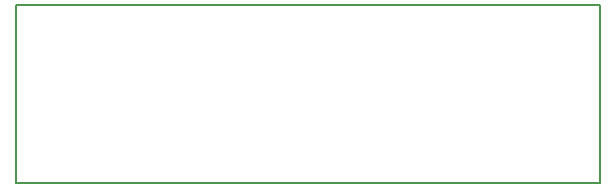
<source format=gbr>
G04 #@! TF.FileFunction,Profile,NP*
%FSLAX46Y46*%
G04 Gerber Fmt 4.6, Leading zero omitted, Abs format (unit mm)*
G04 Created by KiCad (PCBNEW 4.0.2-stable) date Mon Jul  4 16:25:18 2016*
%MOMM*%
G01*
G04 APERTURE LIST*
%ADD10C,0.100000*%
%ADD11C,0.150000*%
G04 APERTURE END LIST*
D10*
D11*
X164000000Y-94700000D02*
X164000000Y-97500000D01*
X114500000Y-82500000D02*
X114500000Y-85300000D01*
X114500000Y-94700000D02*
X114500000Y-97500000D01*
X164000000Y-82500000D02*
X164000000Y-85300000D01*
X164000000Y-82500000D02*
X114500000Y-82500000D01*
X164000000Y-94700000D02*
X164000000Y-85300000D01*
X114500000Y-97500000D02*
X164000000Y-97500000D01*
X114500000Y-85300000D02*
X114500000Y-94700000D01*
M02*

</source>
